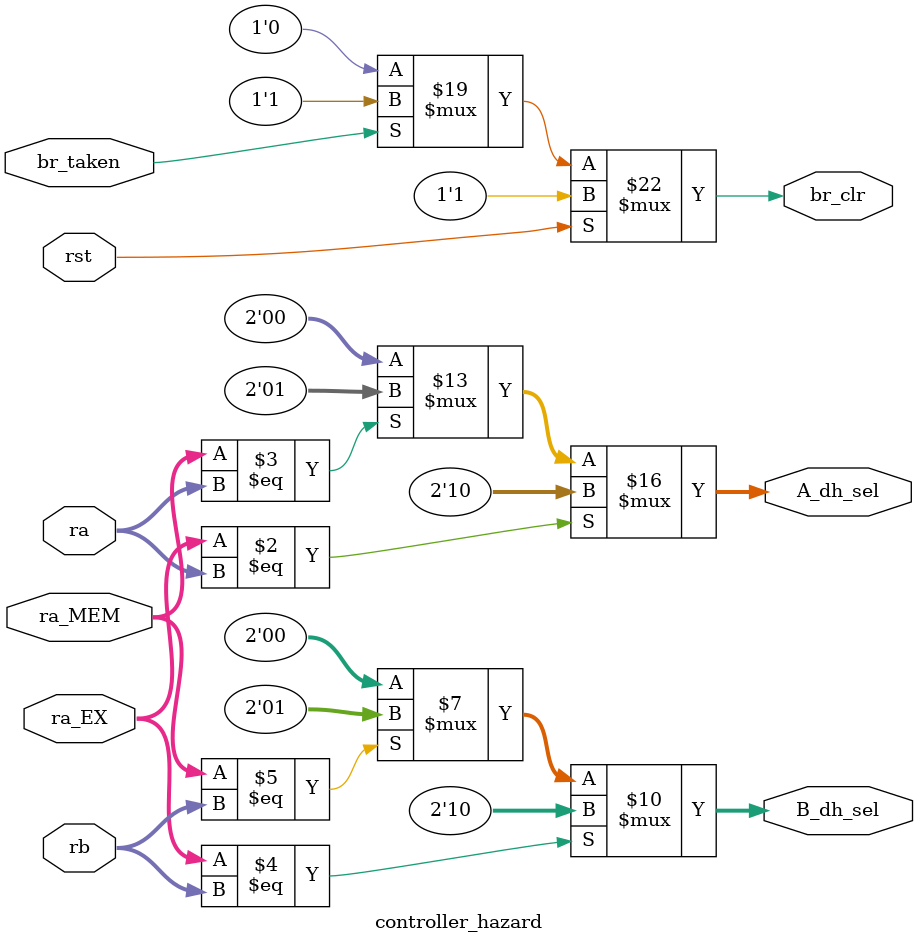
<source format=v>
module controller_hazard (

    input           rst,
    input   [1:0]   ra,
    input   [1:0]   rb,
    input   [1:0]   ra_EX,
    input   [1:0]   ra_MEM,
    input           br_taken,      

    output  reg         br_clr,

    output  reg [1:0]   A_dh_sel,
    output  reg [1:0]   B_dh_sel

);

    always @(*) begin
        if(rst)
            br_clr <= 1'b1;
        else if (br_taken)
            br_clr <= 1'b1;
        else
            br_clr <= 1'b0;

        /*
        ra_ex = ra => mem -> A
        ra_mem = ra => wb -> A
        ra_ex = rb => mem -> B
        ra_mem = rb => wb -> B
         */

        if (ra_EX == ra)        //Hazards for A 
            A_dh_sel <= 2'b10;
        else if (ra_MEM == ra)
            A_dh_sel <= 2'b01;
        else
            A_dh_sel <= 2'b00;

        if (ra_EX == rb)        //Hazards for B
            B_dh_sel <= 2'b10;
        else if (ra_MEM == rb)
            B_dh_sel <= 2'b01;
        else
            B_dh_sel <= 2'b00;


    end

endmodule
</source>
